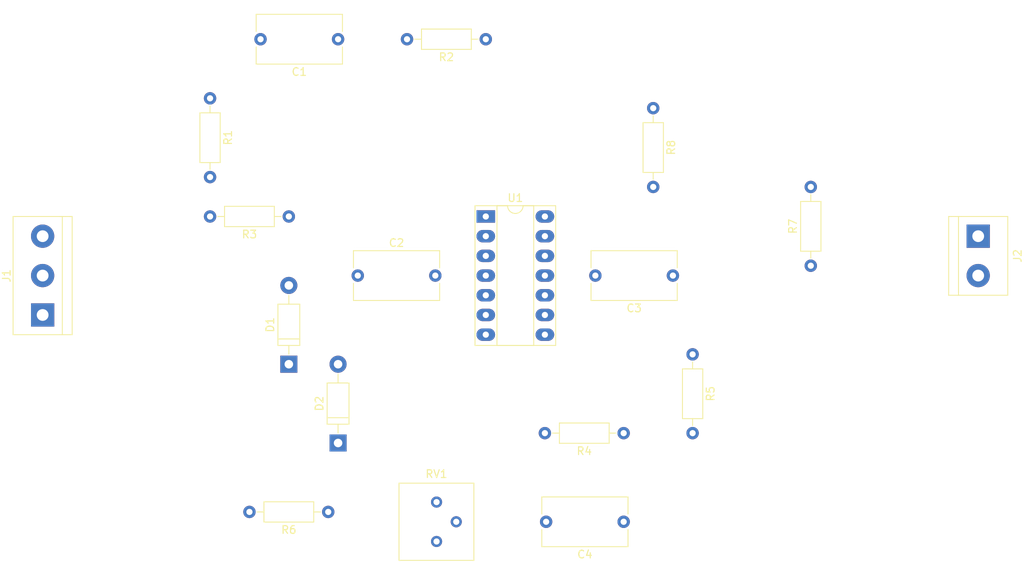
<source format=kicad_pcb>
(kicad_pcb (version 4) (host pcbnew 4.0.6)

  (general
    (links 36)
    (no_connects 36)
    (area 87.085 82.445 220.785 157.1)
    (thickness 1.6)
    (drawings 0)
    (tracks 0)
    (zones 0)
    (modules 18)
    (nets 15)
  )

  (page A4)
  (layers
    (0 F.Cu signal)
    (31 B.Cu signal)
    (32 B.Adhes user)
    (33 F.Adhes user)
    (34 B.Paste user)
    (35 F.Paste user)
    (36 B.SilkS user)
    (37 F.SilkS user)
    (38 B.Mask user)
    (39 F.Mask user)
    (40 Dwgs.User user)
    (41 Cmts.User user)
    (42 Eco1.User user)
    (43 Eco2.User user)
    (44 Edge.Cuts user)
    (45 Margin user)
    (46 B.CrtYd user)
    (47 F.CrtYd user)
    (48 B.Fab user)
    (49 F.Fab user)
  )

  (setup
    (last_trace_width 1)
    (trace_clearance 0.2)
    (zone_clearance 0.508)
    (zone_45_only no)
    (trace_min 0.2)
    (segment_width 0.2)
    (edge_width 0.15)
    (via_size 0.6)
    (via_drill 0.5)
    (via_min_size 0.4)
    (via_min_drill 0.3)
    (uvia_size 0.3)
    (uvia_drill 0.1)
    (uvias_allowed no)
    (uvia_min_size 0.2)
    (uvia_min_drill 0.1)
    (pcb_text_width 0.3)
    (pcb_text_size 1.5 1.5)
    (mod_edge_width 0.15)
    (mod_text_size 1 1)
    (mod_text_width 0.15)
    (pad_size 1.524 1.524)
    (pad_drill 0.762)
    (pad_to_mask_clearance 0.2)
    (aux_axis_origin 0 0)
    (visible_elements FFFFFF7F)
    (pcbplotparams
      (layerselection 0x00030_80000001)
      (usegerberextensions false)
      (excludeedgelayer true)
      (linewidth 0.100000)
      (plotframeref false)
      (viasonmask false)
      (mode 1)
      (useauxorigin false)
      (hpglpennumber 1)
      (hpglpenspeed 20)
      (hpglpendiameter 15)
      (hpglpenoverlay 2)
      (psnegative false)
      (psa4output false)
      (plotreference true)
      (plotvalue true)
      (plotinvisibletext false)
      (padsonsilk false)
      (subtractmaskfromsilk false)
      (outputformat 1)
      (mirror false)
      (drillshape 1)
      (scaleselection 1)
      (outputdirectory ""))
  )

  (net 0 "")
  (net 1 "Net-(C1-Pad1)")
  (net 2 GND)
  (net 3 /V+)
  (net 4 /V-)
  (net 5 "Net-(C4-Pad1)")
  (net 6 "Net-(C4-Pad2)")
  (net 7 "Net-(D1-Pad1)")
  (net 8 "Net-(D1-Pad2)")
  (net 9 /Off_set)
  (net 10 /V_tri)
  (net 11 "Net-(R1-Pad2)")
  (net 12 "Net-(R5-Pad1)")
  (net 13 "Net-(R7-Pad2)")
  (net 14 "Net-(R8-Pad1)")

  (net_class Default "This is the default net class."
    (clearance 0.2)
    (trace_width 1)
    (via_dia 0.6)
    (via_drill 0.5)
    (uvia_dia 0.3)
    (uvia_drill 0.1)
    (add_net /Off_set)
    (add_net /V+)
    (add_net /V-)
    (add_net /V_tri)
    (add_net GND)
    (add_net "Net-(C1-Pad1)")
    (add_net "Net-(C4-Pad1)")
    (add_net "Net-(C4-Pad2)")
    (add_net "Net-(D1-Pad1)")
    (add_net "Net-(D1-Pad2)")
    (add_net "Net-(R1-Pad2)")
    (add_net "Net-(R5-Pad1)")
    (add_net "Net-(R7-Pad2)")
    (add_net "Net-(R8-Pad1)")
  )

  (module Capacitors_THT:C_Rect_L11.0mm_W6.3mm_P10.00mm_MKT (layer F.Cu) (tedit 58765D05) (tstamp 59199E52)
    (at 132.08 52.07 180)
    (descr "C, Rect series, Radial, pin pitch=10.00mm, , length*width=11.0*6.3mm^2, Capacitor, https://en.tdk.eu/inf/20/20/db/fc_2009/MKT_B32560_564.pdf")
    (tags "C Rect series Radial pin pitch 10.00mm  length 11.0mm width 6.3mm Capacitor")
    (path /59198EEB)
    (fp_text reference C1 (at 5 -4.21 180) (layer F.SilkS)
      (effects (font (size 1 1) (thickness 0.15)))
    )
    (fp_text value 10n (at 5 4.21 180) (layer F.Fab)
      (effects (font (size 1 1) (thickness 0.15)))
    )
    (fp_line (start -0.5 -3.15) (end -0.5 3.15) (layer F.Fab) (width 0.1))
    (fp_line (start -0.5 3.15) (end 10.5 3.15) (layer F.Fab) (width 0.1))
    (fp_line (start 10.5 3.15) (end 10.5 -3.15) (layer F.Fab) (width 0.1))
    (fp_line (start 10.5 -3.15) (end -0.5 -3.15) (layer F.Fab) (width 0.1))
    (fp_line (start -0.56 -3.21) (end 10.56 -3.21) (layer F.SilkS) (width 0.12))
    (fp_line (start -0.56 3.21) (end 10.56 3.21) (layer F.SilkS) (width 0.12))
    (fp_line (start -0.56 -3.21) (end -0.56 -0.996) (layer F.SilkS) (width 0.12))
    (fp_line (start -0.56 0.996) (end -0.56 3.21) (layer F.SilkS) (width 0.12))
    (fp_line (start 10.56 -3.21) (end 10.56 -0.996) (layer F.SilkS) (width 0.12))
    (fp_line (start 10.56 0.996) (end 10.56 3.21) (layer F.SilkS) (width 0.12))
    (fp_line (start -1.05 -3.5) (end -1.05 3.5) (layer F.CrtYd) (width 0.05))
    (fp_line (start -1.05 3.5) (end 11.05 3.5) (layer F.CrtYd) (width 0.05))
    (fp_line (start 11.05 3.5) (end 11.05 -3.5) (layer F.CrtYd) (width 0.05))
    (fp_line (start 11.05 -3.5) (end -1.05 -3.5) (layer F.CrtYd) (width 0.05))
    (pad 1 thru_hole circle (at 0 0 180) (size 1.6 1.6) (drill 0.8) (layers *.Cu *.Mask)
      (net 1 "Net-(C1-Pad1)"))
    (pad 2 thru_hole circle (at 10 0 180) (size 1.6 1.6) (drill 0.8) (layers *.Cu *.Mask)
      (net 2 GND))
    (model Capacitors_THT.3dshapes/C_Rect_L11.0mm_W6.3mm_P10.00mm_MKT.wrl
      (at (xyz 0 0 0))
      (scale (xyz 0.393701 0.393701 0.393701))
      (rotate (xyz 0 0 0))
    )
  )

  (module Capacitors_THT:C_Rect_L11.0mm_W6.3mm_P10.00mm_MKT (layer F.Cu) (tedit 58765D05) (tstamp 59199E58)
    (at 134.62 82.55)
    (descr "C, Rect series, Radial, pin pitch=10.00mm, , length*width=11.0*6.3mm^2, Capacitor, https://en.tdk.eu/inf/20/20/db/fc_2009/MKT_B32560_564.pdf")
    (tags "C Rect series Radial pin pitch 10.00mm  length 11.0mm width 6.3mm Capacitor")
    (path /59198F79)
    (fp_text reference C2 (at 5 -4.21) (layer F.SilkS)
      (effects (font (size 1 1) (thickness 0.15)))
    )
    (fp_text value 100n (at 5 4.21) (layer F.Fab)
      (effects (font (size 1 1) (thickness 0.15)))
    )
    (fp_line (start -0.5 -3.15) (end -0.5 3.15) (layer F.Fab) (width 0.1))
    (fp_line (start -0.5 3.15) (end 10.5 3.15) (layer F.Fab) (width 0.1))
    (fp_line (start 10.5 3.15) (end 10.5 -3.15) (layer F.Fab) (width 0.1))
    (fp_line (start 10.5 -3.15) (end -0.5 -3.15) (layer F.Fab) (width 0.1))
    (fp_line (start -0.56 -3.21) (end 10.56 -3.21) (layer F.SilkS) (width 0.12))
    (fp_line (start -0.56 3.21) (end 10.56 3.21) (layer F.SilkS) (width 0.12))
    (fp_line (start -0.56 -3.21) (end -0.56 -0.996) (layer F.SilkS) (width 0.12))
    (fp_line (start -0.56 0.996) (end -0.56 3.21) (layer F.SilkS) (width 0.12))
    (fp_line (start 10.56 -3.21) (end 10.56 -0.996) (layer F.SilkS) (width 0.12))
    (fp_line (start 10.56 0.996) (end 10.56 3.21) (layer F.SilkS) (width 0.12))
    (fp_line (start -1.05 -3.5) (end -1.05 3.5) (layer F.CrtYd) (width 0.05))
    (fp_line (start -1.05 3.5) (end 11.05 3.5) (layer F.CrtYd) (width 0.05))
    (fp_line (start 11.05 3.5) (end 11.05 -3.5) (layer F.CrtYd) (width 0.05))
    (fp_line (start 11.05 -3.5) (end -1.05 -3.5) (layer F.CrtYd) (width 0.05))
    (pad 1 thru_hole circle (at 0 0) (size 1.6 1.6) (drill 0.8) (layers *.Cu *.Mask)
      (net 2 GND))
    (pad 2 thru_hole circle (at 10 0) (size 1.6 1.6) (drill 0.8) (layers *.Cu *.Mask)
      (net 3 /V+))
    (model Capacitors_THT.3dshapes/C_Rect_L11.0mm_W6.3mm_P10.00mm_MKT.wrl
      (at (xyz 0 0 0))
      (scale (xyz 0.393701 0.393701 0.393701))
      (rotate (xyz 0 0 0))
    )
  )

  (module Capacitors_THT:C_Rect_L11.0mm_W6.3mm_P10.00mm_MKT (layer F.Cu) (tedit 58765D05) (tstamp 59199E5E)
    (at 175.26 82.55 180)
    (descr "C, Rect series, Radial, pin pitch=10.00mm, , length*width=11.0*6.3mm^2, Capacitor, https://en.tdk.eu/inf/20/20/db/fc_2009/MKT_B32560_564.pdf")
    (tags "C Rect series Radial pin pitch 10.00mm  length 11.0mm width 6.3mm Capacitor")
    (path /591991A4)
    (fp_text reference C3 (at 5 -4.21 180) (layer F.SilkS)
      (effects (font (size 1 1) (thickness 0.15)))
    )
    (fp_text value 100n (at 5 4.21 180) (layer F.Fab)
      (effects (font (size 1 1) (thickness 0.15)))
    )
    (fp_line (start -0.5 -3.15) (end -0.5 3.15) (layer F.Fab) (width 0.1))
    (fp_line (start -0.5 3.15) (end 10.5 3.15) (layer F.Fab) (width 0.1))
    (fp_line (start 10.5 3.15) (end 10.5 -3.15) (layer F.Fab) (width 0.1))
    (fp_line (start 10.5 -3.15) (end -0.5 -3.15) (layer F.Fab) (width 0.1))
    (fp_line (start -0.56 -3.21) (end 10.56 -3.21) (layer F.SilkS) (width 0.12))
    (fp_line (start -0.56 3.21) (end 10.56 3.21) (layer F.SilkS) (width 0.12))
    (fp_line (start -0.56 -3.21) (end -0.56 -0.996) (layer F.SilkS) (width 0.12))
    (fp_line (start -0.56 0.996) (end -0.56 3.21) (layer F.SilkS) (width 0.12))
    (fp_line (start 10.56 -3.21) (end 10.56 -0.996) (layer F.SilkS) (width 0.12))
    (fp_line (start 10.56 0.996) (end 10.56 3.21) (layer F.SilkS) (width 0.12))
    (fp_line (start -1.05 -3.5) (end -1.05 3.5) (layer F.CrtYd) (width 0.05))
    (fp_line (start -1.05 3.5) (end 11.05 3.5) (layer F.CrtYd) (width 0.05))
    (fp_line (start 11.05 3.5) (end 11.05 -3.5) (layer F.CrtYd) (width 0.05))
    (fp_line (start 11.05 -3.5) (end -1.05 -3.5) (layer F.CrtYd) (width 0.05))
    (pad 1 thru_hole circle (at 0 0 180) (size 1.6 1.6) (drill 0.8) (layers *.Cu *.Mask)
      (net 2 GND))
    (pad 2 thru_hole circle (at 10 0 180) (size 1.6 1.6) (drill 0.8) (layers *.Cu *.Mask)
      (net 4 /V-))
    (model Capacitors_THT.3dshapes/C_Rect_L11.0mm_W6.3mm_P10.00mm_MKT.wrl
      (at (xyz 0 0 0))
      (scale (xyz 0.393701 0.393701 0.393701))
      (rotate (xyz 0 0 0))
    )
  )

  (module Capacitors_THT:C_Rect_L11.0mm_W6.3mm_P10.00mm_MKT (layer F.Cu) (tedit 58765D05) (tstamp 59199E64)
    (at 168.91 114.3 180)
    (descr "C, Rect series, Radial, pin pitch=10.00mm, , length*width=11.0*6.3mm^2, Capacitor, https://en.tdk.eu/inf/20/20/db/fc_2009/MKT_B32560_564.pdf")
    (tags "C Rect series Radial pin pitch 10.00mm  length 11.0mm width 6.3mm Capacitor")
    (path /5919ADD7)
    (fp_text reference C4 (at 5 -4.21 180) (layer F.SilkS)
      (effects (font (size 1 1) (thickness 0.15)))
    )
    (fp_text value 10n (at 5 4.21 180) (layer F.Fab)
      (effects (font (size 1 1) (thickness 0.15)))
    )
    (fp_line (start -0.5 -3.15) (end -0.5 3.15) (layer F.Fab) (width 0.1))
    (fp_line (start -0.5 3.15) (end 10.5 3.15) (layer F.Fab) (width 0.1))
    (fp_line (start 10.5 3.15) (end 10.5 -3.15) (layer F.Fab) (width 0.1))
    (fp_line (start 10.5 -3.15) (end -0.5 -3.15) (layer F.Fab) (width 0.1))
    (fp_line (start -0.56 -3.21) (end 10.56 -3.21) (layer F.SilkS) (width 0.12))
    (fp_line (start -0.56 3.21) (end 10.56 3.21) (layer F.SilkS) (width 0.12))
    (fp_line (start -0.56 -3.21) (end -0.56 -0.996) (layer F.SilkS) (width 0.12))
    (fp_line (start -0.56 0.996) (end -0.56 3.21) (layer F.SilkS) (width 0.12))
    (fp_line (start 10.56 -3.21) (end 10.56 -0.996) (layer F.SilkS) (width 0.12))
    (fp_line (start 10.56 0.996) (end 10.56 3.21) (layer F.SilkS) (width 0.12))
    (fp_line (start -1.05 -3.5) (end -1.05 3.5) (layer F.CrtYd) (width 0.05))
    (fp_line (start -1.05 3.5) (end 11.05 3.5) (layer F.CrtYd) (width 0.05))
    (fp_line (start 11.05 3.5) (end 11.05 -3.5) (layer F.CrtYd) (width 0.05))
    (fp_line (start 11.05 -3.5) (end -1.05 -3.5) (layer F.CrtYd) (width 0.05))
    (pad 1 thru_hole circle (at 0 0 180) (size 1.6 1.6) (drill 0.8) (layers *.Cu *.Mask)
      (net 5 "Net-(C4-Pad1)"))
    (pad 2 thru_hole circle (at 10 0 180) (size 1.6 1.6) (drill 0.8) (layers *.Cu *.Mask)
      (net 6 "Net-(C4-Pad2)"))
    (model Capacitors_THT.3dshapes/C_Rect_L11.0mm_W6.3mm_P10.00mm_MKT.wrl
      (at (xyz 0 0 0))
      (scale (xyz 0.393701 0.393701 0.393701))
      (rotate (xyz 0 0 0))
    )
  )

  (module Diodes_THT:D_DO-41_SOD81_P10.16mm_Horizontal (layer F.Cu) (tedit 5877C982) (tstamp 59199E6A)
    (at 125.73 93.98 90)
    (descr "D, DO-41_SOD81 series, Axial, Horizontal, pin pitch=10.16mm, , length*diameter=5.2*2.7mm^2, , http://www.diodes.com/_files/packages/DO-41%20(Plastic).pdf")
    (tags "D DO-41_SOD81 series Axial Horizontal pin pitch 10.16mm  length 5.2mm diameter 2.7mm")
    (path /5919A442)
    (fp_text reference D1 (at 5.08 -2.41 90) (layer F.SilkS)
      (effects (font (size 1 1) (thickness 0.15)))
    )
    (fp_text value D_Zener (at 5.08 2.41 90) (layer F.Fab)
      (effects (font (size 1 1) (thickness 0.15)))
    )
    (fp_line (start 2.48 -1.35) (end 2.48 1.35) (layer F.Fab) (width 0.1))
    (fp_line (start 2.48 1.35) (end 7.68 1.35) (layer F.Fab) (width 0.1))
    (fp_line (start 7.68 1.35) (end 7.68 -1.35) (layer F.Fab) (width 0.1))
    (fp_line (start 7.68 -1.35) (end 2.48 -1.35) (layer F.Fab) (width 0.1))
    (fp_line (start 0 0) (end 2.48 0) (layer F.Fab) (width 0.1))
    (fp_line (start 10.16 0) (end 7.68 0) (layer F.Fab) (width 0.1))
    (fp_line (start 3.26 -1.35) (end 3.26 1.35) (layer F.Fab) (width 0.1))
    (fp_line (start 2.42 -1.41) (end 2.42 1.41) (layer F.SilkS) (width 0.12))
    (fp_line (start 2.42 1.41) (end 7.74 1.41) (layer F.SilkS) (width 0.12))
    (fp_line (start 7.74 1.41) (end 7.74 -1.41) (layer F.SilkS) (width 0.12))
    (fp_line (start 7.74 -1.41) (end 2.42 -1.41) (layer F.SilkS) (width 0.12))
    (fp_line (start 1.28 0) (end 2.42 0) (layer F.SilkS) (width 0.12))
    (fp_line (start 8.88 0) (end 7.74 0) (layer F.SilkS) (width 0.12))
    (fp_line (start 3.26 -1.41) (end 3.26 1.41) (layer F.SilkS) (width 0.12))
    (fp_line (start -1.35 -1.7) (end -1.35 1.7) (layer F.CrtYd) (width 0.05))
    (fp_line (start -1.35 1.7) (end 11.55 1.7) (layer F.CrtYd) (width 0.05))
    (fp_line (start 11.55 1.7) (end 11.55 -1.7) (layer F.CrtYd) (width 0.05))
    (fp_line (start 11.55 -1.7) (end -1.35 -1.7) (layer F.CrtYd) (width 0.05))
    (pad 1 thru_hole rect (at 0 0 90) (size 2.2 2.2) (drill 1.1) (layers *.Cu *.Mask)
      (net 7 "Net-(D1-Pad1)"))
    (pad 2 thru_hole oval (at 10.16 0 90) (size 2.2 2.2) (drill 1.1) (layers *.Cu *.Mask)
      (net 8 "Net-(D1-Pad2)"))
    (model Diodes_THT.3dshapes/D_DO-41_SOD81_P10.16mm_Horizontal.wrl
      (at (xyz 0 0 0))
      (scale (xyz 0.393701 0.393701 0.393701))
      (rotate (xyz 0 0 0))
    )
  )

  (module Diodes_THT:D_DO-41_SOD81_P10.16mm_Horizontal (layer F.Cu) (tedit 5877C982) (tstamp 59199E70)
    (at 132.08 104.14 90)
    (descr "D, DO-41_SOD81 series, Axial, Horizontal, pin pitch=10.16mm, , length*diameter=5.2*2.7mm^2, , http://www.diodes.com/_files/packages/DO-41%20(Plastic).pdf")
    (tags "D DO-41_SOD81 series Axial Horizontal pin pitch 10.16mm  length 5.2mm diameter 2.7mm")
    (path /5919A4EB)
    (fp_text reference D2 (at 5.08 -2.41 90) (layer F.SilkS)
      (effects (font (size 1 1) (thickness 0.15)))
    )
    (fp_text value D_Zener (at 5.08 2.41 90) (layer F.Fab)
      (effects (font (size 1 1) (thickness 0.15)))
    )
    (fp_line (start 2.48 -1.35) (end 2.48 1.35) (layer F.Fab) (width 0.1))
    (fp_line (start 2.48 1.35) (end 7.68 1.35) (layer F.Fab) (width 0.1))
    (fp_line (start 7.68 1.35) (end 7.68 -1.35) (layer F.Fab) (width 0.1))
    (fp_line (start 7.68 -1.35) (end 2.48 -1.35) (layer F.Fab) (width 0.1))
    (fp_line (start 0 0) (end 2.48 0) (layer F.Fab) (width 0.1))
    (fp_line (start 10.16 0) (end 7.68 0) (layer F.Fab) (width 0.1))
    (fp_line (start 3.26 -1.35) (end 3.26 1.35) (layer F.Fab) (width 0.1))
    (fp_line (start 2.42 -1.41) (end 2.42 1.41) (layer F.SilkS) (width 0.12))
    (fp_line (start 2.42 1.41) (end 7.74 1.41) (layer F.SilkS) (width 0.12))
    (fp_line (start 7.74 1.41) (end 7.74 -1.41) (layer F.SilkS) (width 0.12))
    (fp_line (start 7.74 -1.41) (end 2.42 -1.41) (layer F.SilkS) (width 0.12))
    (fp_line (start 1.28 0) (end 2.42 0) (layer F.SilkS) (width 0.12))
    (fp_line (start 8.88 0) (end 7.74 0) (layer F.SilkS) (width 0.12))
    (fp_line (start 3.26 -1.41) (end 3.26 1.41) (layer F.SilkS) (width 0.12))
    (fp_line (start -1.35 -1.7) (end -1.35 1.7) (layer F.CrtYd) (width 0.05))
    (fp_line (start -1.35 1.7) (end 11.55 1.7) (layer F.CrtYd) (width 0.05))
    (fp_line (start 11.55 1.7) (end 11.55 -1.7) (layer F.CrtYd) (width 0.05))
    (fp_line (start 11.55 -1.7) (end -1.35 -1.7) (layer F.CrtYd) (width 0.05))
    (pad 1 thru_hole rect (at 0 0 90) (size 2.2 2.2) (drill 1.1) (layers *.Cu *.Mask)
      (net 7 "Net-(D1-Pad1)"))
    (pad 2 thru_hole oval (at 10.16 0 90) (size 2.2 2.2) (drill 1.1) (layers *.Cu *.Mask)
      (net 2 GND))
    (model Diodes_THT.3dshapes/D_DO-41_SOD81_P10.16mm_Horizontal.wrl
      (at (xyz 0 0 0))
      (scale (xyz 0.393701 0.393701 0.393701))
      (rotate (xyz 0 0 0))
    )
  )

  (module Connectors_Others:bornier3 (layer F.Cu) (tedit 587FD5F2) (tstamp 59199E77)
    (at 93.98 87.63 90)
    (descr "Bornier d'alimentation 3 pins")
    (tags DEV)
    (path /5919B477)
    (fp_text reference J1 (at 5.05 -4.65 90) (layer F.SilkS)
      (effects (font (size 1 1) (thickness 0.15)))
    )
    (fp_text value bourn_3vias (at 5.08 5.08 90) (layer F.Fab)
      (effects (font (size 1 1) (thickness 0.15)))
    )
    (fp_line (start -2.47 2.55) (end 12.63 2.55) (layer F.Fab) (width 0.1))
    (fp_line (start -2.47 -3.75) (end 12.63 -3.75) (layer F.Fab) (width 0.1))
    (fp_line (start 12.63 -3.75) (end 12.63 3.75) (layer F.Fab) (width 0.1))
    (fp_line (start 12.63 3.75) (end -2.47 3.75) (layer F.Fab) (width 0.1))
    (fp_line (start -2.47 3.75) (end -2.47 -3.75) (layer F.Fab) (width 0.1))
    (fp_line (start -2.54 3.81) (end -2.54 -3.81) (layer F.SilkS) (width 0.12))
    (fp_line (start 12.7 3.81) (end 12.7 -3.81) (layer F.SilkS) (width 0.12))
    (fp_line (start -2.54 2.54) (end 12.7 2.54) (layer F.SilkS) (width 0.12))
    (fp_line (start -2.54 -3.81) (end 12.7 -3.81) (layer F.SilkS) (width 0.12))
    (fp_line (start -2.54 3.81) (end 12.7 3.81) (layer F.SilkS) (width 0.12))
    (fp_line (start -2.72 -4) (end 12.88 -4) (layer F.CrtYd) (width 0.05))
    (fp_line (start -2.72 -4) (end -2.72 4) (layer F.CrtYd) (width 0.05))
    (fp_line (start 12.88 4) (end 12.88 -4) (layer F.CrtYd) (width 0.05))
    (fp_line (start 12.88 4) (end -2.72 4) (layer F.CrtYd) (width 0.05))
    (pad 1 thru_hole rect (at 0 0 90) (size 3 3) (drill 1.52) (layers *.Cu *.Mask)
      (net 9 /Off_set))
    (pad 2 thru_hole circle (at 5.08 0 90) (size 3 3) (drill 1.52) (layers *.Cu *.Mask)
      (net 4 /V-))
    (pad 3 thru_hole circle (at 10.16 0 90) (size 3 3) (drill 1.52) (layers *.Cu *.Mask)
      (net 3 /V+))
    (model Connectors.3dshapes/bornier3.wrl
      (at (xyz 0 0 0))
      (scale (xyz 1 1 1))
      (rotate (xyz 0 0 0))
    )
  )

  (module Connectors_Others:bornier2 (layer F.Cu) (tedit 587FD522) (tstamp 59199E7D)
    (at 214.63 77.47 270)
    (descr "Bornier d'alimentation 2 pins")
    (tags DEV)
    (path /591997B9)
    (fp_text reference J2 (at 2.54 -5.08 270) (layer F.SilkS)
      (effects (font (size 1 1) (thickness 0.15)))
    )
    (fp_text value bourn_2vias (at 2.54 5.08 270) (layer F.Fab)
      (effects (font (size 1 1) (thickness 0.15)))
    )
    (fp_line (start -2.41 2.55) (end 7.49 2.55) (layer F.Fab) (width 0.1))
    (fp_line (start -2.46 -3.75) (end -2.46 3.75) (layer F.Fab) (width 0.1))
    (fp_line (start -2.46 3.75) (end 7.54 3.75) (layer F.Fab) (width 0.1))
    (fp_line (start 7.54 3.75) (end 7.54 -3.75) (layer F.Fab) (width 0.1))
    (fp_line (start 7.54 -3.75) (end -2.46 -3.75) (layer F.Fab) (width 0.1))
    (fp_line (start 7.62 2.54) (end -2.54 2.54) (layer F.SilkS) (width 0.12))
    (fp_line (start 7.62 3.81) (end 7.62 -3.81) (layer F.SilkS) (width 0.12))
    (fp_line (start 7.62 -3.81) (end -2.54 -3.81) (layer F.SilkS) (width 0.12))
    (fp_line (start -2.54 -3.81) (end -2.54 3.81) (layer F.SilkS) (width 0.12))
    (fp_line (start -2.54 3.81) (end 7.62 3.81) (layer F.SilkS) (width 0.12))
    (fp_line (start -2.71 -4) (end 7.79 -4) (layer F.CrtYd) (width 0.05))
    (fp_line (start -2.71 -4) (end -2.71 4) (layer F.CrtYd) (width 0.05))
    (fp_line (start 7.79 4) (end 7.79 -4) (layer F.CrtYd) (width 0.05))
    (fp_line (start 7.79 4) (end -2.71 4) (layer F.CrtYd) (width 0.05))
    (pad 1 thru_hole rect (at 0 0 270) (size 3 3) (drill 1.52) (layers *.Cu *.Mask)
      (net 10 /V_tri))
    (pad 2 thru_hole circle (at 5.08 0 270) (size 3 3) (drill 1.52) (layers *.Cu *.Mask)
      (net 2 GND))
    (model Connectors.3dshapes/bornier2.wrl
      (at (xyz 0 0 0))
      (scale (xyz 1 1 1))
      (rotate (xyz 0 0 0))
    )
  )

  (module Resistors_THT:R_Axial_DIN0207_L6.3mm_D2.5mm_P10.16mm_Horizontal (layer F.Cu) (tedit 5874F706) (tstamp 59199E83)
    (at 115.57 59.69 270)
    (descr "Resistor, Axial_DIN0207 series, Axial, Horizontal, pin pitch=10.16mm, 0.25W = 1/4W, length*diameter=6.3*2.5mm^2, http://cdn-reichelt.de/documents/datenblatt/B400/1_4W%23YAG.pdf")
    (tags "Resistor Axial_DIN0207 series Axial Horizontal pin pitch 10.16mm 0.25W = 1/4W length 6.3mm diameter 2.5mm")
    (path /591995BD)
    (fp_text reference R1 (at 5.08 -2.31 270) (layer F.SilkS)
      (effects (font (size 1 1) (thickness 0.15)))
    )
    (fp_text value 10k (at 5.08 2.31 270) (layer F.Fab)
      (effects (font (size 1 1) (thickness 0.15)))
    )
    (fp_line (start 1.93 -1.25) (end 1.93 1.25) (layer F.Fab) (width 0.1))
    (fp_line (start 1.93 1.25) (end 8.23 1.25) (layer F.Fab) (width 0.1))
    (fp_line (start 8.23 1.25) (end 8.23 -1.25) (layer F.Fab) (width 0.1))
    (fp_line (start 8.23 -1.25) (end 1.93 -1.25) (layer F.Fab) (width 0.1))
    (fp_line (start 0 0) (end 1.93 0) (layer F.Fab) (width 0.1))
    (fp_line (start 10.16 0) (end 8.23 0) (layer F.Fab) (width 0.1))
    (fp_line (start 1.87 -1.31) (end 1.87 1.31) (layer F.SilkS) (width 0.12))
    (fp_line (start 1.87 1.31) (end 8.29 1.31) (layer F.SilkS) (width 0.12))
    (fp_line (start 8.29 1.31) (end 8.29 -1.31) (layer F.SilkS) (width 0.12))
    (fp_line (start 8.29 -1.31) (end 1.87 -1.31) (layer F.SilkS) (width 0.12))
    (fp_line (start 0.98 0) (end 1.87 0) (layer F.SilkS) (width 0.12))
    (fp_line (start 9.18 0) (end 8.29 0) (layer F.SilkS) (width 0.12))
    (fp_line (start -1.05 -1.6) (end -1.05 1.6) (layer F.CrtYd) (width 0.05))
    (fp_line (start -1.05 1.6) (end 11.25 1.6) (layer F.CrtYd) (width 0.05))
    (fp_line (start 11.25 1.6) (end 11.25 -1.6) (layer F.CrtYd) (width 0.05))
    (fp_line (start 11.25 -1.6) (end -1.05 -1.6) (layer F.CrtYd) (width 0.05))
    (pad 1 thru_hole circle (at 0 0 270) (size 1.6 1.6) (drill 0.8) (layers *.Cu *.Mask)
      (net 2 GND))
    (pad 2 thru_hole oval (at 10.16 0 270) (size 1.6 1.6) (drill 0.8) (layers *.Cu *.Mask)
      (net 11 "Net-(R1-Pad2)"))
    (model Resistors_THT.3dshapes/R_Axial_DIN0207_L6.3mm_D2.5mm_P10.16mm_Horizontal.wrl
      (at (xyz 0 0 0))
      (scale (xyz 0.393701 0.393701 0.393701))
      (rotate (xyz 0 0 0))
    )
  )

  (module Resistors_THT:R_Axial_DIN0207_L6.3mm_D2.5mm_P10.16mm_Horizontal (layer F.Cu) (tedit 5874F706) (tstamp 59199E89)
    (at 151.13 52.07 180)
    (descr "Resistor, Axial_DIN0207 series, Axial, Horizontal, pin pitch=10.16mm, 0.25W = 1/4W, length*diameter=6.3*2.5mm^2, http://cdn-reichelt.de/documents/datenblatt/B400/1_4W%23YAG.pdf")
    (tags "Resistor Axial_DIN0207 series Axial Horizontal pin pitch 10.16mm 0.25W = 1/4W length 6.3mm diameter 2.5mm")
    (path /59199259)
    (fp_text reference R2 (at 5.08 -2.31 180) (layer F.SilkS)
      (effects (font (size 1 1) (thickness 0.15)))
    )
    (fp_text value 10k (at 5.08 2.31 180) (layer F.Fab)
      (effects (font (size 1 1) (thickness 0.15)))
    )
    (fp_line (start 1.93 -1.25) (end 1.93 1.25) (layer F.Fab) (width 0.1))
    (fp_line (start 1.93 1.25) (end 8.23 1.25) (layer F.Fab) (width 0.1))
    (fp_line (start 8.23 1.25) (end 8.23 -1.25) (layer F.Fab) (width 0.1))
    (fp_line (start 8.23 -1.25) (end 1.93 -1.25) (layer F.Fab) (width 0.1))
    (fp_line (start 0 0) (end 1.93 0) (layer F.Fab) (width 0.1))
    (fp_line (start 10.16 0) (end 8.23 0) (layer F.Fab) (width 0.1))
    (fp_line (start 1.87 -1.31) (end 1.87 1.31) (layer F.SilkS) (width 0.12))
    (fp_line (start 1.87 1.31) (end 8.29 1.31) (layer F.SilkS) (width 0.12))
    (fp_line (start 8.29 1.31) (end 8.29 -1.31) (layer F.SilkS) (width 0.12))
    (fp_line (start 8.29 -1.31) (end 1.87 -1.31) (layer F.SilkS) (width 0.12))
    (fp_line (start 0.98 0) (end 1.87 0) (layer F.SilkS) (width 0.12))
    (fp_line (start 9.18 0) (end 8.29 0) (layer F.SilkS) (width 0.12))
    (fp_line (start -1.05 -1.6) (end -1.05 1.6) (layer F.CrtYd) (width 0.05))
    (fp_line (start -1.05 1.6) (end 11.25 1.6) (layer F.CrtYd) (width 0.05))
    (fp_line (start 11.25 1.6) (end 11.25 -1.6) (layer F.CrtYd) (width 0.05))
    (fp_line (start 11.25 -1.6) (end -1.05 -1.6) (layer F.CrtYd) (width 0.05))
    (pad 1 thru_hole circle (at 0 0 180) (size 1.6 1.6) (drill 0.8) (layers *.Cu *.Mask)
      (net 8 "Net-(D1-Pad2)"))
    (pad 2 thru_hole oval (at 10.16 0 180) (size 1.6 1.6) (drill 0.8) (layers *.Cu *.Mask)
      (net 1 "Net-(C1-Pad1)"))
    (model Resistors_THT.3dshapes/R_Axial_DIN0207_L6.3mm_D2.5mm_P10.16mm_Horizontal.wrl
      (at (xyz 0 0 0))
      (scale (xyz 0.393701 0.393701 0.393701))
      (rotate (xyz 0 0 0))
    )
  )

  (module Resistors_THT:R_Axial_DIN0207_L6.3mm_D2.5mm_P10.16mm_Horizontal (layer F.Cu) (tedit 5874F706) (tstamp 59199E8F)
    (at 125.73 74.93 180)
    (descr "Resistor, Axial_DIN0207 series, Axial, Horizontal, pin pitch=10.16mm, 0.25W = 1/4W, length*diameter=6.3*2.5mm^2, http://cdn-reichelt.de/documents/datenblatt/B400/1_4W%23YAG.pdf")
    (tags "Resistor Axial_DIN0207 series Axial Horizontal pin pitch 10.16mm 0.25W = 1/4W length 6.3mm diameter 2.5mm")
    (path /59199533)
    (fp_text reference R3 (at 5.08 -2.31 180) (layer F.SilkS)
      (effects (font (size 1 1) (thickness 0.15)))
    )
    (fp_text value 10k (at 5.08 2.31 180) (layer F.Fab)
      (effects (font (size 1 1) (thickness 0.15)))
    )
    (fp_line (start 1.93 -1.25) (end 1.93 1.25) (layer F.Fab) (width 0.1))
    (fp_line (start 1.93 1.25) (end 8.23 1.25) (layer F.Fab) (width 0.1))
    (fp_line (start 8.23 1.25) (end 8.23 -1.25) (layer F.Fab) (width 0.1))
    (fp_line (start 8.23 -1.25) (end 1.93 -1.25) (layer F.Fab) (width 0.1))
    (fp_line (start 0 0) (end 1.93 0) (layer F.Fab) (width 0.1))
    (fp_line (start 10.16 0) (end 8.23 0) (layer F.Fab) (width 0.1))
    (fp_line (start 1.87 -1.31) (end 1.87 1.31) (layer F.SilkS) (width 0.12))
    (fp_line (start 1.87 1.31) (end 8.29 1.31) (layer F.SilkS) (width 0.12))
    (fp_line (start 8.29 1.31) (end 8.29 -1.31) (layer F.SilkS) (width 0.12))
    (fp_line (start 8.29 -1.31) (end 1.87 -1.31) (layer F.SilkS) (width 0.12))
    (fp_line (start 0.98 0) (end 1.87 0) (layer F.SilkS) (width 0.12))
    (fp_line (start 9.18 0) (end 8.29 0) (layer F.SilkS) (width 0.12))
    (fp_line (start -1.05 -1.6) (end -1.05 1.6) (layer F.CrtYd) (width 0.05))
    (fp_line (start -1.05 1.6) (end 11.25 1.6) (layer F.CrtYd) (width 0.05))
    (fp_line (start 11.25 1.6) (end 11.25 -1.6) (layer F.CrtYd) (width 0.05))
    (fp_line (start 11.25 -1.6) (end -1.05 -1.6) (layer F.CrtYd) (width 0.05))
    (pad 1 thru_hole circle (at 0 0 180) (size 1.6 1.6) (drill 0.8) (layers *.Cu *.Mask)
      (net 8 "Net-(D1-Pad2)"))
    (pad 2 thru_hole oval (at 10.16 0 180) (size 1.6 1.6) (drill 0.8) (layers *.Cu *.Mask)
      (net 11 "Net-(R1-Pad2)"))
    (model Resistors_THT.3dshapes/R_Axial_DIN0207_L6.3mm_D2.5mm_P10.16mm_Horizontal.wrl
      (at (xyz 0 0 0))
      (scale (xyz 0.393701 0.393701 0.393701))
      (rotate (xyz 0 0 0))
    )
  )

  (module Resistors_THT:R_Axial_DIN0207_L6.3mm_D2.5mm_P10.16mm_Horizontal (layer F.Cu) (tedit 5874F706) (tstamp 59199E95)
    (at 168.91 102.87 180)
    (descr "Resistor, Axial_DIN0207 series, Axial, Horizontal, pin pitch=10.16mm, 0.25W = 1/4W, length*diameter=6.3*2.5mm^2, http://cdn-reichelt.de/documents/datenblatt/B400/1_4W%23YAG.pdf")
    (tags "Resistor Axial_DIN0207 series Axial Horizontal pin pitch 10.16mm 0.25W = 1/4W length 6.3mm diameter 2.5mm")
    (path /5919AE5E)
    (fp_text reference R4 (at 5.08 -2.31 180) (layer F.SilkS)
      (effects (font (size 1 1) (thickness 0.15)))
    )
    (fp_text value 120k (at 5.08 2.31 180) (layer F.Fab)
      (effects (font (size 1 1) (thickness 0.15)))
    )
    (fp_line (start 1.93 -1.25) (end 1.93 1.25) (layer F.Fab) (width 0.1))
    (fp_line (start 1.93 1.25) (end 8.23 1.25) (layer F.Fab) (width 0.1))
    (fp_line (start 8.23 1.25) (end 8.23 -1.25) (layer F.Fab) (width 0.1))
    (fp_line (start 8.23 -1.25) (end 1.93 -1.25) (layer F.Fab) (width 0.1))
    (fp_line (start 0 0) (end 1.93 0) (layer F.Fab) (width 0.1))
    (fp_line (start 10.16 0) (end 8.23 0) (layer F.Fab) (width 0.1))
    (fp_line (start 1.87 -1.31) (end 1.87 1.31) (layer F.SilkS) (width 0.12))
    (fp_line (start 1.87 1.31) (end 8.29 1.31) (layer F.SilkS) (width 0.12))
    (fp_line (start 8.29 1.31) (end 8.29 -1.31) (layer F.SilkS) (width 0.12))
    (fp_line (start 8.29 -1.31) (end 1.87 -1.31) (layer F.SilkS) (width 0.12))
    (fp_line (start 0.98 0) (end 1.87 0) (layer F.SilkS) (width 0.12))
    (fp_line (start 9.18 0) (end 8.29 0) (layer F.SilkS) (width 0.12))
    (fp_line (start -1.05 -1.6) (end -1.05 1.6) (layer F.CrtYd) (width 0.05))
    (fp_line (start -1.05 1.6) (end 11.25 1.6) (layer F.CrtYd) (width 0.05))
    (fp_line (start 11.25 1.6) (end 11.25 -1.6) (layer F.CrtYd) (width 0.05))
    (fp_line (start 11.25 -1.6) (end -1.05 -1.6) (layer F.CrtYd) (width 0.05))
    (pad 1 thru_hole circle (at 0 0 180) (size 1.6 1.6) (drill 0.8) (layers *.Cu *.Mask)
      (net 5 "Net-(C4-Pad1)"))
    (pad 2 thru_hole oval (at 10.16 0 180) (size 1.6 1.6) (drill 0.8) (layers *.Cu *.Mask)
      (net 6 "Net-(C4-Pad2)"))
    (model Resistors_THT.3dshapes/R_Axial_DIN0207_L6.3mm_D2.5mm_P10.16mm_Horizontal.wrl
      (at (xyz 0 0 0))
      (scale (xyz 0.393701 0.393701 0.393701))
      (rotate (xyz 0 0 0))
    )
  )

  (module Resistors_THT:R_Axial_DIN0207_L6.3mm_D2.5mm_P10.16mm_Horizontal (layer F.Cu) (tedit 5874F706) (tstamp 59199E9B)
    (at 177.8 92.71 270)
    (descr "Resistor, Axial_DIN0207 series, Axial, Horizontal, pin pitch=10.16mm, 0.25W = 1/4W, length*diameter=6.3*2.5mm^2, http://cdn-reichelt.de/documents/datenblatt/B400/1_4W%23YAG.pdf")
    (tags "Resistor Axial_DIN0207 series Axial Horizontal pin pitch 10.16mm 0.25W = 1/4W length 6.3mm diameter 2.5mm")
    (path /5919B18F)
    (fp_text reference R5 (at 5.08 -2.31 270) (layer F.SilkS)
      (effects (font (size 1 1) (thickness 0.15)))
    )
    (fp_text value 10k (at 5.08 2.31 270) (layer F.Fab)
      (effects (font (size 1 1) (thickness 0.15)))
    )
    (fp_line (start 1.93 -1.25) (end 1.93 1.25) (layer F.Fab) (width 0.1))
    (fp_line (start 1.93 1.25) (end 8.23 1.25) (layer F.Fab) (width 0.1))
    (fp_line (start 8.23 1.25) (end 8.23 -1.25) (layer F.Fab) (width 0.1))
    (fp_line (start 8.23 -1.25) (end 1.93 -1.25) (layer F.Fab) (width 0.1))
    (fp_line (start 0 0) (end 1.93 0) (layer F.Fab) (width 0.1))
    (fp_line (start 10.16 0) (end 8.23 0) (layer F.Fab) (width 0.1))
    (fp_line (start 1.87 -1.31) (end 1.87 1.31) (layer F.SilkS) (width 0.12))
    (fp_line (start 1.87 1.31) (end 8.29 1.31) (layer F.SilkS) (width 0.12))
    (fp_line (start 8.29 1.31) (end 8.29 -1.31) (layer F.SilkS) (width 0.12))
    (fp_line (start 8.29 -1.31) (end 1.87 -1.31) (layer F.SilkS) (width 0.12))
    (fp_line (start 0.98 0) (end 1.87 0) (layer F.SilkS) (width 0.12))
    (fp_line (start 9.18 0) (end 8.29 0) (layer F.SilkS) (width 0.12))
    (fp_line (start -1.05 -1.6) (end -1.05 1.6) (layer F.CrtYd) (width 0.05))
    (fp_line (start -1.05 1.6) (end 11.25 1.6) (layer F.CrtYd) (width 0.05))
    (fp_line (start 11.25 1.6) (end 11.25 -1.6) (layer F.CrtYd) (width 0.05))
    (fp_line (start 11.25 -1.6) (end -1.05 -1.6) (layer F.CrtYd) (width 0.05))
    (pad 1 thru_hole circle (at 0 0 270) (size 1.6 1.6) (drill 0.8) (layers *.Cu *.Mask)
      (net 12 "Net-(R5-Pad1)"))
    (pad 2 thru_hole oval (at 10.16 0 270) (size 1.6 1.6) (drill 0.8) (layers *.Cu *.Mask)
      (net 5 "Net-(C4-Pad1)"))
    (model Resistors_THT.3dshapes/R_Axial_DIN0207_L6.3mm_D2.5mm_P10.16mm_Horizontal.wrl
      (at (xyz 0 0 0))
      (scale (xyz 0.393701 0.393701 0.393701))
      (rotate (xyz 0 0 0))
    )
  )

  (module Resistors_THT:R_Axial_DIN0207_L6.3mm_D2.5mm_P10.16mm_Horizontal (layer F.Cu) (tedit 5874F706) (tstamp 59199EA1)
    (at 130.81 113.03 180)
    (descr "Resistor, Axial_DIN0207 series, Axial, Horizontal, pin pitch=10.16mm, 0.25W = 1/4W, length*diameter=6.3*2.5mm^2, http://cdn-reichelt.de/documents/datenblatt/B400/1_4W%23YAG.pdf")
    (tags "Resistor Axial_DIN0207 series Axial Horizontal pin pitch 10.16mm 0.25W = 1/4W length 6.3mm diameter 2.5mm")
    (path /5919B218)
    (fp_text reference R6 (at 5.08 -2.31 180) (layer F.SilkS)
      (effects (font (size 1 1) (thickness 0.15)))
    )
    (fp_text value 10k (at 5.08 2.31 180) (layer F.Fab)
      (effects (font (size 1 1) (thickness 0.15)))
    )
    (fp_line (start 1.93 -1.25) (end 1.93 1.25) (layer F.Fab) (width 0.1))
    (fp_line (start 1.93 1.25) (end 8.23 1.25) (layer F.Fab) (width 0.1))
    (fp_line (start 8.23 1.25) (end 8.23 -1.25) (layer F.Fab) (width 0.1))
    (fp_line (start 8.23 -1.25) (end 1.93 -1.25) (layer F.Fab) (width 0.1))
    (fp_line (start 0 0) (end 1.93 0) (layer F.Fab) (width 0.1))
    (fp_line (start 10.16 0) (end 8.23 0) (layer F.Fab) (width 0.1))
    (fp_line (start 1.87 -1.31) (end 1.87 1.31) (layer F.SilkS) (width 0.12))
    (fp_line (start 1.87 1.31) (end 8.29 1.31) (layer F.SilkS) (width 0.12))
    (fp_line (start 8.29 1.31) (end 8.29 -1.31) (layer F.SilkS) (width 0.12))
    (fp_line (start 8.29 -1.31) (end 1.87 -1.31) (layer F.SilkS) (width 0.12))
    (fp_line (start 0.98 0) (end 1.87 0) (layer F.SilkS) (width 0.12))
    (fp_line (start 9.18 0) (end 8.29 0) (layer F.SilkS) (width 0.12))
    (fp_line (start -1.05 -1.6) (end -1.05 1.6) (layer F.CrtYd) (width 0.05))
    (fp_line (start -1.05 1.6) (end 11.25 1.6) (layer F.CrtYd) (width 0.05))
    (fp_line (start 11.25 1.6) (end 11.25 -1.6) (layer F.CrtYd) (width 0.05))
    (fp_line (start 11.25 -1.6) (end -1.05 -1.6) (layer F.CrtYd) (width 0.05))
    (pad 1 thru_hole circle (at 0 0 180) (size 1.6 1.6) (drill 0.8) (layers *.Cu *.Mask)
      (net 12 "Net-(R5-Pad1)"))
    (pad 2 thru_hole oval (at 10.16 0 180) (size 1.6 1.6) (drill 0.8) (layers *.Cu *.Mask)
      (net 9 /Off_set))
    (model Resistors_THT.3dshapes/R_Axial_DIN0207_L6.3mm_D2.5mm_P10.16mm_Horizontal.wrl
      (at (xyz 0 0 0))
      (scale (xyz 0.393701 0.393701 0.393701))
      (rotate (xyz 0 0 0))
    )
  )

  (module Resistors_THT:R_Axial_DIN0207_L6.3mm_D2.5mm_P10.16mm_Horizontal (layer F.Cu) (tedit 5874F706) (tstamp 59199EA7)
    (at 193.04 81.28 90)
    (descr "Resistor, Axial_DIN0207 series, Axial, Horizontal, pin pitch=10.16mm, 0.25W = 1/4W, length*diameter=6.3*2.5mm^2, http://cdn-reichelt.de/documents/datenblatt/B400/1_4W%23YAG.pdf")
    (tags "Resistor Axial_DIN0207 series Axial Horizontal pin pitch 10.16mm 0.25W = 1/4W length 6.3mm diameter 2.5mm")
    (path /5919BCA9)
    (fp_text reference R7 (at 5.08 -2.31 90) (layer F.SilkS)
      (effects (font (size 1 1) (thickness 0.15)))
    )
    (fp_text value 10k (at 5.08 2.31 90) (layer F.Fab)
      (effects (font (size 1 1) (thickness 0.15)))
    )
    (fp_line (start 1.93 -1.25) (end 1.93 1.25) (layer F.Fab) (width 0.1))
    (fp_line (start 1.93 1.25) (end 8.23 1.25) (layer F.Fab) (width 0.1))
    (fp_line (start 8.23 1.25) (end 8.23 -1.25) (layer F.Fab) (width 0.1))
    (fp_line (start 8.23 -1.25) (end 1.93 -1.25) (layer F.Fab) (width 0.1))
    (fp_line (start 0 0) (end 1.93 0) (layer F.Fab) (width 0.1))
    (fp_line (start 10.16 0) (end 8.23 0) (layer F.Fab) (width 0.1))
    (fp_line (start 1.87 -1.31) (end 1.87 1.31) (layer F.SilkS) (width 0.12))
    (fp_line (start 1.87 1.31) (end 8.29 1.31) (layer F.SilkS) (width 0.12))
    (fp_line (start 8.29 1.31) (end 8.29 -1.31) (layer F.SilkS) (width 0.12))
    (fp_line (start 8.29 -1.31) (end 1.87 -1.31) (layer F.SilkS) (width 0.12))
    (fp_line (start 0.98 0) (end 1.87 0) (layer F.SilkS) (width 0.12))
    (fp_line (start 9.18 0) (end 8.29 0) (layer F.SilkS) (width 0.12))
    (fp_line (start -1.05 -1.6) (end -1.05 1.6) (layer F.CrtYd) (width 0.05))
    (fp_line (start -1.05 1.6) (end 11.25 1.6) (layer F.CrtYd) (width 0.05))
    (fp_line (start 11.25 1.6) (end 11.25 -1.6) (layer F.CrtYd) (width 0.05))
    (fp_line (start 11.25 -1.6) (end -1.05 -1.6) (layer F.CrtYd) (width 0.05))
    (pad 1 thru_hole circle (at 0 0 90) (size 1.6 1.6) (drill 0.8) (layers *.Cu *.Mask)
      (net 2 GND))
    (pad 2 thru_hole oval (at 10.16 0 90) (size 1.6 1.6) (drill 0.8) (layers *.Cu *.Mask)
      (net 13 "Net-(R7-Pad2)"))
    (model Resistors_THT.3dshapes/R_Axial_DIN0207_L6.3mm_D2.5mm_P10.16mm_Horizontal.wrl
      (at (xyz 0 0 0))
      (scale (xyz 0.393701 0.393701 0.393701))
      (rotate (xyz 0 0 0))
    )
  )

  (module Resistors_THT:R_Axial_DIN0207_L6.3mm_D2.5mm_P10.16mm_Horizontal (layer F.Cu) (tedit 5874F706) (tstamp 59199EAD)
    (at 172.72 60.96 270)
    (descr "Resistor, Axial_DIN0207 series, Axial, Horizontal, pin pitch=10.16mm, 0.25W = 1/4W, length*diameter=6.3*2.5mm^2, http://cdn-reichelt.de/documents/datenblatt/B400/1_4W%23YAG.pdf")
    (tags "Resistor Axial_DIN0207 series Axial Horizontal pin pitch 10.16mm 0.25W = 1/4W length 6.3mm diameter 2.5mm")
    (path /5919BC3B)
    (fp_text reference R8 (at 5.08 -2.31 270) (layer F.SilkS)
      (effects (font (size 1 1) (thickness 0.15)))
    )
    (fp_text value 10k (at 5.08 2.31 270) (layer F.Fab)
      (effects (font (size 1 1) (thickness 0.15)))
    )
    (fp_line (start 1.93 -1.25) (end 1.93 1.25) (layer F.Fab) (width 0.1))
    (fp_line (start 1.93 1.25) (end 8.23 1.25) (layer F.Fab) (width 0.1))
    (fp_line (start 8.23 1.25) (end 8.23 -1.25) (layer F.Fab) (width 0.1))
    (fp_line (start 8.23 -1.25) (end 1.93 -1.25) (layer F.Fab) (width 0.1))
    (fp_line (start 0 0) (end 1.93 0) (layer F.Fab) (width 0.1))
    (fp_line (start 10.16 0) (end 8.23 0) (layer F.Fab) (width 0.1))
    (fp_line (start 1.87 -1.31) (end 1.87 1.31) (layer F.SilkS) (width 0.12))
    (fp_line (start 1.87 1.31) (end 8.29 1.31) (layer F.SilkS) (width 0.12))
    (fp_line (start 8.29 1.31) (end 8.29 -1.31) (layer F.SilkS) (width 0.12))
    (fp_line (start 8.29 -1.31) (end 1.87 -1.31) (layer F.SilkS) (width 0.12))
    (fp_line (start 0.98 0) (end 1.87 0) (layer F.SilkS) (width 0.12))
    (fp_line (start 9.18 0) (end 8.29 0) (layer F.SilkS) (width 0.12))
    (fp_line (start -1.05 -1.6) (end -1.05 1.6) (layer F.CrtYd) (width 0.05))
    (fp_line (start -1.05 1.6) (end 11.25 1.6) (layer F.CrtYd) (width 0.05))
    (fp_line (start 11.25 1.6) (end 11.25 -1.6) (layer F.CrtYd) (width 0.05))
    (fp_line (start 11.25 -1.6) (end -1.05 -1.6) (layer F.CrtYd) (width 0.05))
    (pad 1 thru_hole circle (at 0 0 270) (size 1.6 1.6) (drill 0.8) (layers *.Cu *.Mask)
      (net 14 "Net-(R8-Pad1)"))
    (pad 2 thru_hole oval (at 10.16 0 270) (size 1.6 1.6) (drill 0.8) (layers *.Cu *.Mask)
      (net 13 "Net-(R7-Pad2)"))
    (model Resistors_THT.3dshapes/R_Axial_DIN0207_L6.3mm_D2.5mm_P10.16mm_Horizontal.wrl
      (at (xyz 0 0 0))
      (scale (xyz 0.393701 0.393701 0.393701))
      (rotate (xyz 0 0 0))
    )
  )

  (module Potentiometers:Potentiometer_Trimmer_Suntan_TSR-3386P_Horizontal (layer F.Cu) (tedit 58826B09) (tstamp 59199EB4)
    (at 144.78 116.84)
    (descr "Potentiometer, horizontally mounted, Omeg PC16PU, Omeg PC16PU, Omeg PC16PU, Vishay/Spectrol 248GJ/249GJ Single, Vishay/Spectrol 248GJ/249GJ Single, Vishay/Spectrol 248GJ/249GJ Single, Vishay/Spectrol 248GH/249GH Single, Vishay/Spectrol 148/149 Single, Vishay/Spectrol 148/149 Single, Vishay/Spectrol 148/149 Single, Vishay/Spectrol 148A/149A Single with mounting plates, Vishay/Spectrol 148/149 Double, Vishay/Spectrol 148A/149A Double with mounting plates, Piher PC-16 Single, Piher PC-16 Single, Piher PC-16 Single, Piher PC-16SV Single, Piher PC-16 Double, Piher PC-16 Triple, Piher T16H Single, Piher T16L Single, Piher T16H Double, Alps RK163 Single, Alps RK163 Double, Alps RK097 Single, Alps RK097 Double, Bourns PTV09A-2 Single with mounting sleve Single, Bourns PTV09A-1 with mounting sleve Single, Bourns PRS11S Single, Alps RK09K Single with mounting sleve Single, Alps RK09K with mounting sleve Single, Alps RK09L Single, Alps RK09L Single, Alps RK09L Double, Alps RK09L Double, Alps RK09Y Single, Bourns 3339S Single, Bourns 3339S Single, Bourns 3339P Single, Bourns 3339H Single, Vishay T7YA Single, Suntan TSR-3386H Single, Suntan TSR-3386H Single, Suntan TSR-3386P Single, http://www.Suntan.com/docs/51016/TSR-3386.pdf")
    (tags "Potentiometer horizontal  Omeg PC16PU  Omeg PC16PU  Omeg PC16PU  Vishay/Spectrol 248GJ/249GJ Single  Vishay/Spectrol 248GJ/249GJ Single  Vishay/Spectrol 248GJ/249GJ Single  Vishay/Spectrol 248GH/249GH Single  Vishay/Spectrol 148/149 Single  Vishay/Spectrol 148/149 Single  Vishay/Spectrol 148/149 Single  Vishay/Spectrol 148A/149A Single with mounting plates  Vishay/Spectrol 148/149 Double  Vishay/Spectrol 148A/149A Double with mounting plates  Piher PC-16 Single  Piher PC-16 Single  Piher PC-16 Single  Piher PC-16SV Single  Piher PC-16 Double  Piher PC-16 Triple  Piher T16H Single  Piher T16L Single  Piher T16H Double  Alps RK163 Single  Alps RK163 Double  Alps RK097 Single  Alps RK097 Double  Bourns PTV09A-2 Single with mounting sleve Single  Bourns PTV09A-1 with mounting sleve Single  Bourns PRS11S Single  Alps RK09K Single with mounting sleve Single  Alps RK09K with mounting sleve Single  Alps RK09L Single  Alps RK09L Single  Alps RK09L Double  Alps RK09L Double  Alps RK09Y Single  Bourns 3339S Single  Bourns 3339S Single  Bourns 3339P Single  Bourns 3339H Single  Vishay T7YA Single  Suntan TSR-3386H Single  Suntan TSR-3386H Single  Suntan TSR-3386P Single")
    (path /5919A8A4)
    (fp_text reference RV1 (at -0.015 -8.705) (layer F.SilkS)
      (effects (font (size 1 1) (thickness 0.15)))
    )
    (fp_text value trimpot_100k (at -0.015 3.625) (layer F.Fab)
      (effects (font (size 1 1) (thickness 0.15)))
    )
    (fp_circle (center -0.89 -2.54) (end 0.685 -2.54) (layer F.Fab) (width 0.1))
    (fp_circle (center -0.891 -2.54) (end 0.684 -2.54) (layer F.Fab) (width 0.1))
    (fp_line (start -4.78 -7.455) (end -4.78 2.375) (layer F.Fab) (width 0.1))
    (fp_line (start -4.78 2.375) (end 4.75 2.375) (layer F.Fab) (width 0.1))
    (fp_line (start 4.75 2.375) (end 4.75 -7.455) (layer F.Fab) (width 0.1))
    (fp_line (start 4.75 -7.455) (end -4.78 -7.455) (layer F.Fab) (width 0.1))
    (fp_line (start 0.305 -3.542) (end -1.893 -1.345) (layer F.Fab) (width 0.1))
    (fp_line (start 0.113 -3.734) (end -2.085 -1.537) (layer F.Fab) (width 0.1))
    (fp_line (start -4.84 -7.515) (end 4.81 -7.515) (layer F.SilkS) (width 0.12))
    (fp_line (start -4.84 2.435) (end 4.81 2.435) (layer F.SilkS) (width 0.12))
    (fp_line (start -4.84 -7.515) (end -4.84 2.435) (layer F.SilkS) (width 0.12))
    (fp_line (start 4.81 -7.515) (end 4.81 2.435) (layer F.SilkS) (width 0.12))
    (fp_line (start -5.05 -7.75) (end -5.05 2.65) (layer F.CrtYd) (width 0.05))
    (fp_line (start -5.05 2.65) (end 5 2.65) (layer F.CrtYd) (width 0.05))
    (fp_line (start 5 2.65) (end 5 -7.75) (layer F.CrtYd) (width 0.05))
    (fp_line (start 5 -7.75) (end -5.05 -7.75) (layer F.CrtYd) (width 0.05))
    (pad 3 thru_hole circle (at 0 -5.08) (size 1.44 1.44) (drill 0.8) (layers *.Cu *.Mask)
      (net 2 GND))
    (pad 2 thru_hole circle (at 2.54 -2.54) (size 1.44 1.44) (drill 0.8) (layers *.Cu *.Mask)
      (net 6 "Net-(C4-Pad2)"))
    (pad 1 thru_hole circle (at 0 0) (size 1.44 1.44) (drill 0.8) (layers *.Cu *.Mask)
      (net 8 "Net-(D1-Pad2)"))
    (model Potentiometers.3dshapes/Potentiometer_Trimmer_Suntan_TSR-3386P_Horizontal.wrl
      (at (xyz 0 0 0))
      (scale (xyz 0.393701 0.393701 0.393701))
      (rotate (xyz 0 0 0))
    )
  )

  (module Housings_DIP:DIP-14_W7.62mm_Socket_LongPads (layer F.Cu) (tedit 58CC8E2C) (tstamp 59199EC6)
    (at 151.13 74.93)
    (descr "14-lead dip package, row spacing 7.62 mm (300 mils), Socket, LongPads")
    (tags "DIL DIP PDIP 2.54mm 7.62mm 300mil Socket LongPads")
    (path /59198C93)
    (fp_text reference U1 (at 3.81 -2.39) (layer F.SilkS)
      (effects (font (size 1 1) (thickness 0.15)))
    )
    (fp_text value TL084 (at 3.81 17.63) (layer F.Fab)
      (effects (font (size 1 1) (thickness 0.15)))
    )
    (fp_text user %R (at 3.81 7.62) (layer F.Fab)
      (effects (font (size 1 1) (thickness 0.15)))
    )
    (fp_line (start 1.635 -1.27) (end 6.985 -1.27) (layer F.Fab) (width 0.1))
    (fp_line (start 6.985 -1.27) (end 6.985 16.51) (layer F.Fab) (width 0.1))
    (fp_line (start 6.985 16.51) (end 0.635 16.51) (layer F.Fab) (width 0.1))
    (fp_line (start 0.635 16.51) (end 0.635 -0.27) (layer F.Fab) (width 0.1))
    (fp_line (start 0.635 -0.27) (end 1.635 -1.27) (layer F.Fab) (width 0.1))
    (fp_line (start -1.27 -1.27) (end -1.27 16.51) (layer F.Fab) (width 0.1))
    (fp_line (start -1.27 16.51) (end 8.89 16.51) (layer F.Fab) (width 0.1))
    (fp_line (start 8.89 16.51) (end 8.89 -1.27) (layer F.Fab) (width 0.1))
    (fp_line (start 8.89 -1.27) (end -1.27 -1.27) (layer F.Fab) (width 0.1))
    (fp_line (start 2.81 -1.39) (end 1.44 -1.39) (layer F.SilkS) (width 0.12))
    (fp_line (start 1.44 -1.39) (end 1.44 16.63) (layer F.SilkS) (width 0.12))
    (fp_line (start 1.44 16.63) (end 6.18 16.63) (layer F.SilkS) (width 0.12))
    (fp_line (start 6.18 16.63) (end 6.18 -1.39) (layer F.SilkS) (width 0.12))
    (fp_line (start 6.18 -1.39) (end 4.81 -1.39) (layer F.SilkS) (width 0.12))
    (fp_line (start -1.39 -1.39) (end -1.39 16.63) (layer F.SilkS) (width 0.12))
    (fp_line (start -1.39 16.63) (end 9.01 16.63) (layer F.SilkS) (width 0.12))
    (fp_line (start 9.01 16.63) (end 9.01 -1.39) (layer F.SilkS) (width 0.12))
    (fp_line (start 9.01 -1.39) (end -1.39 -1.39) (layer F.SilkS) (width 0.12))
    (fp_line (start -1.7 -1.7) (end -1.7 16.9) (layer F.CrtYd) (width 0.05))
    (fp_line (start -1.7 16.9) (end 9.3 16.9) (layer F.CrtYd) (width 0.05))
    (fp_line (start 9.3 16.9) (end 9.3 -1.7) (layer F.CrtYd) (width 0.05))
    (fp_line (start 9.3 -1.7) (end -1.7 -1.7) (layer F.CrtYd) (width 0.05))
    (fp_arc (start 3.81 -1.39) (end 2.81 -1.39) (angle -180) (layer F.SilkS) (width 0.12))
    (pad 1 thru_hole rect (at 0 0) (size 2.4 1.6) (drill 0.8) (layers *.Cu *.Mask)
      (net 8 "Net-(D1-Pad2)"))
    (pad 8 thru_hole oval (at 7.62 15.24) (size 2.4 1.6) (drill 0.8) (layers *.Cu *.Mask)
      (net 14 "Net-(R8-Pad1)"))
    (pad 2 thru_hole oval (at 0 2.54) (size 2.4 1.6) (drill 0.8) (layers *.Cu *.Mask)
      (net 1 "Net-(C1-Pad1)"))
    (pad 9 thru_hole oval (at 7.62 12.7) (size 2.4 1.6) (drill 0.8) (layers *.Cu *.Mask)
      (net 13 "Net-(R7-Pad2)"))
    (pad 3 thru_hole oval (at 0 5.08) (size 2.4 1.6) (drill 0.8) (layers *.Cu *.Mask)
      (net 11 "Net-(R1-Pad2)"))
    (pad 10 thru_hole oval (at 7.62 10.16) (size 2.4 1.6) (drill 0.8) (layers *.Cu *.Mask)
      (net 12 "Net-(R5-Pad1)"))
    (pad 4 thru_hole oval (at 0 7.62) (size 2.4 1.6) (drill 0.8) (layers *.Cu *.Mask)
      (net 3 /V+))
    (pad 11 thru_hole oval (at 7.62 7.62) (size 2.4 1.6) (drill 0.8) (layers *.Cu *.Mask)
      (net 4 /V-))
    (pad 5 thru_hole oval (at 0 10.16) (size 2.4 1.6) (drill 0.8) (layers *.Cu *.Mask)
      (net 2 GND))
    (pad 12 thru_hole oval (at 7.62 5.08) (size 2.4 1.6) (drill 0.8) (layers *.Cu *.Mask)
      (net 14 "Net-(R8-Pad1)"))
    (pad 6 thru_hole oval (at 0 12.7) (size 2.4 1.6) (drill 0.8) (layers *.Cu *.Mask)
      (net 6 "Net-(C4-Pad2)"))
    (pad 13 thru_hole oval (at 7.62 2.54) (size 2.4 1.6) (drill 0.8) (layers *.Cu *.Mask)
      (net 10 /V_tri))
    (pad 7 thru_hole oval (at 0 15.24) (size 2.4 1.6) (drill 0.8) (layers *.Cu *.Mask)
      (net 5 "Net-(C4-Pad1)"))
    (pad 14 thru_hole oval (at 7.62 0) (size 2.4 1.6) (drill 0.8) (layers *.Cu *.Mask)
      (net 10 /V_tri))
    (model Housings_DIP.3dshapes/DIP-14_W7.62mm_Socket_LongPads.wrl
      (at (xyz 0 0 0))
      (scale (xyz 1 1 1))
      (rotate (xyz 0 0 0))
    )
  )

)

</source>
